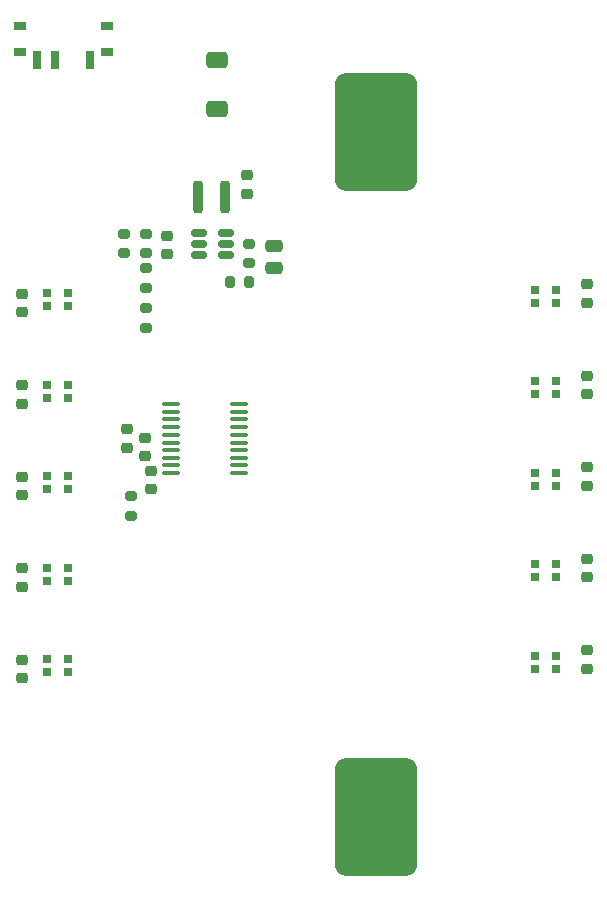
<source format=gbr>
%TF.GenerationSoftware,KiCad,Pcbnew,9.0.3*%
%TF.CreationDate,2025-11-04T21:30:19+11:00*%
%TF.ProjectId,test_project,74657374-5f70-4726-9f6a-6563742e6b69,rev?*%
%TF.SameCoordinates,Original*%
%TF.FileFunction,Paste,Top*%
%TF.FilePolarity,Positive*%
%FSLAX46Y46*%
G04 Gerber Fmt 4.6, Leading zero omitted, Abs format (unit mm)*
G04 Created by KiCad (PCBNEW 9.0.3) date 2025-11-04 21:30:19*
%MOMM*%
%LPD*%
G01*
G04 APERTURE LIST*
G04 Aperture macros list*
%AMRoundRect*
0 Rectangle with rounded corners*
0 $1 Rounding radius*
0 $2 $3 $4 $5 $6 $7 $8 $9 X,Y pos of 4 corners*
0 Add a 4 corners polygon primitive as box body*
4,1,4,$2,$3,$4,$5,$6,$7,$8,$9,$2,$3,0*
0 Add four circle primitives for the rounded corners*
1,1,$1+$1,$2,$3*
1,1,$1+$1,$4,$5*
1,1,$1+$1,$6,$7*
1,1,$1+$1,$8,$9*
0 Add four rect primitives between the rounded corners*
20,1,$1+$1,$2,$3,$4,$5,0*
20,1,$1+$1,$4,$5,$6,$7,0*
20,1,$1+$1,$6,$7,$8,$9,0*
20,1,$1+$1,$8,$9,$2,$3,0*%
G04 Aperture macros list end*
%ADD10R,1.000000X0.800000*%
%ADD11R,0.700000X1.500000*%
%ADD12RoundRect,0.225000X0.250000X-0.225000X0.250000X0.225000X-0.250000X0.225000X-0.250000X-0.225000X0*%
%ADD13RoundRect,0.035000X0.315000X-0.315000X0.315000X0.315000X-0.315000X0.315000X-0.315000X-0.315000X0*%
%ADD14RoundRect,0.225000X-0.250000X0.225000X-0.250000X-0.225000X0.250000X-0.225000X0.250000X0.225000X0*%
%ADD15RoundRect,0.200000X0.200000X1.150000X-0.200000X1.150000X-0.200000X-1.150000X0.200000X-1.150000X0*%
%ADD16RoundRect,0.200000X-0.275000X0.200000X-0.275000X-0.200000X0.275000X-0.200000X0.275000X0.200000X0*%
%ADD17RoundRect,0.200000X0.275000X-0.200000X0.275000X0.200000X-0.275000X0.200000X-0.275000X-0.200000X0*%
%ADD18RoundRect,0.035000X-0.315000X0.315000X-0.315000X-0.315000X0.315000X-0.315000X0.315000X0.315000X0*%
%ADD19RoundRect,1.050000X-2.450000X-3.950000X2.450000X-3.950000X2.450000X3.950000X-2.450000X3.950000X0*%
%ADD20RoundRect,0.250000X0.650000X-0.425000X0.650000X0.425000X-0.650000X0.425000X-0.650000X-0.425000X0*%
%ADD21RoundRect,0.150000X-0.512500X-0.150000X0.512500X-0.150000X0.512500X0.150000X-0.512500X0.150000X0*%
%ADD22RoundRect,0.250000X-0.475000X0.250000X-0.475000X-0.250000X0.475000X-0.250000X0.475000X0.250000X0*%
%ADD23RoundRect,0.100000X-0.640000X-0.100000X0.640000X-0.100000X0.640000X0.100000X-0.640000X0.100000X0*%
%ADD24RoundRect,0.200000X0.200000X0.275000X-0.200000X0.275000X-0.200000X-0.275000X0.200000X-0.275000X0*%
G04 APERTURE END LIST*
D10*
%TO.C,SW1*%
X127150000Y-66280000D03*
X127150000Y-64070000D03*
X119850000Y-66280000D03*
X119850000Y-64070000D03*
D11*
X125750000Y-66930000D03*
X122750000Y-66930000D03*
X121250000Y-66930000D03*
%TD*%
D12*
%TO.C,C5*%
X130400000Y-100480000D03*
X130400000Y-98920000D03*
%TD*%
%TO.C,C15*%
X167800000Y-93670000D03*
X167800000Y-95230000D03*
%TD*%
D13*
%TO.C,LED8*%
X165215000Y-101900000D03*
X165215000Y-103000000D03*
X163385000Y-103000000D03*
X163385000Y-101900000D03*
%TD*%
%TO.C,LED10*%
X165215000Y-86400000D03*
X165215000Y-87500000D03*
X163385000Y-87500000D03*
X163385000Y-86400000D03*
%TD*%
D12*
%TO.C,C10*%
X167800000Y-101420000D03*
X167800000Y-102980000D03*
%TD*%
D13*
%TO.C,LED6*%
X165215000Y-117400000D03*
X165215000Y-118500000D03*
X163385000Y-118500000D03*
X163385000Y-117400000D03*
%TD*%
D12*
%TO.C,C9*%
X167800000Y-109170000D03*
X167800000Y-110730000D03*
%TD*%
D13*
%TO.C,LED7*%
X165215000Y-109650000D03*
X165215000Y-110750000D03*
X163385000Y-110750000D03*
X163385000Y-109650000D03*
%TD*%
D12*
%TO.C,C11*%
X167800000Y-85920000D03*
X167800000Y-87480000D03*
%TD*%
D13*
%TO.C,LED9*%
X165215000Y-94150000D03*
X165215000Y-95250000D03*
X163385000Y-95250000D03*
X163385000Y-94150000D03*
%TD*%
D12*
%TO.C,C4*%
X167800000Y-116920000D03*
X167800000Y-118480000D03*
%TD*%
D14*
%TO.C,C12*%
X120000000Y-86720000D03*
X120000000Y-88280000D03*
%TD*%
D15*
%TO.C,L1*%
X137150000Y-78500000D03*
X134850000Y-78500000D03*
%TD*%
D14*
%TO.C,C16*%
X128900000Y-98220000D03*
X128900000Y-99780000D03*
%TD*%
D12*
%TO.C,C3*%
X132300000Y-83380000D03*
X132300000Y-81820000D03*
%TD*%
D16*
%TO.C,R1*%
X139200000Y-82480000D03*
X139200000Y-84120000D03*
%TD*%
D17*
%TO.C,R3*%
X128600000Y-83320000D03*
X128600000Y-81680000D03*
%TD*%
D18*
%TO.C,LED2*%
X123915000Y-95550000D03*
X123915000Y-94450000D03*
X122085000Y-94450000D03*
X122085000Y-95550000D03*
%TD*%
D19*
%TO.C,J1*%
X150000000Y-73000000D03*
X150000000Y-131000000D03*
%TD*%
D16*
%TO.C,R4*%
X130500000Y-81680000D03*
X130500000Y-83320000D03*
%TD*%
D20*
%TO.C,S1*%
X136500000Y-71075000D03*
X136500000Y-66925000D03*
%TD*%
D12*
%TO.C,C6*%
X130900000Y-103280000D03*
X130900000Y-101720000D03*
%TD*%
D14*
%TO.C,C13*%
X120000000Y-102220000D03*
X120000000Y-103780000D03*
%TD*%
D18*
%TO.C,LED3*%
X123915000Y-103300000D03*
X123915000Y-102200000D03*
X122085000Y-102200000D03*
X122085000Y-103300000D03*
%TD*%
D16*
%TO.C,R5*%
X130500000Y-87980000D03*
X130500000Y-89620000D03*
%TD*%
D14*
%TO.C,C8*%
X120000000Y-109970000D03*
X120000000Y-111530000D03*
%TD*%
%TO.C,C7*%
X120000000Y-117720000D03*
X120000000Y-119280000D03*
%TD*%
D21*
%TO.C,U1*%
X134962500Y-81550000D03*
X134962500Y-82500000D03*
X134962500Y-83450000D03*
X137237500Y-83450000D03*
X137237500Y-82500000D03*
X137237500Y-81550000D03*
%TD*%
D12*
%TO.C,C1*%
X139000000Y-78280000D03*
X139000000Y-76720000D03*
%TD*%
D18*
%TO.C,LED5*%
X123915000Y-118800000D03*
X123915000Y-117700000D03*
X122085000Y-117700000D03*
X122085000Y-118800000D03*
%TD*%
D22*
%TO.C,C2*%
X141300000Y-82650000D03*
X141300000Y-84550000D03*
%TD*%
D23*
%TO.C,U4*%
X132640000Y-96080000D03*
X132640000Y-96730000D03*
X132640000Y-97380000D03*
X132640000Y-98030000D03*
X132640000Y-98670000D03*
X132640000Y-99330000D03*
X132640000Y-99970000D03*
X132640000Y-100620000D03*
X132640000Y-101270000D03*
X132640000Y-101920000D03*
X138360000Y-101920000D03*
X138360000Y-101270000D03*
X138360000Y-100620000D03*
X138360000Y-99970000D03*
X138360000Y-99330000D03*
X138360000Y-98670000D03*
X138360000Y-98030000D03*
X138360000Y-97380000D03*
X138360000Y-96730000D03*
X138360000Y-96080000D03*
%TD*%
D18*
%TO.C,LED4*%
X123915000Y-111050000D03*
X123915000Y-109950000D03*
X122085000Y-109950000D03*
X122085000Y-111050000D03*
%TD*%
D17*
%TO.C,R7*%
X129200000Y-105520000D03*
X129200000Y-103880000D03*
%TD*%
D14*
%TO.C,C14*%
X120000000Y-94470000D03*
X120000000Y-96030000D03*
%TD*%
D17*
%TO.C,R6*%
X130500000Y-86220000D03*
X130500000Y-84580000D03*
%TD*%
D18*
%TO.C,LED1*%
X123915000Y-87800000D03*
X123915000Y-86700000D03*
X122085000Y-86700000D03*
X122085000Y-87800000D03*
%TD*%
D24*
%TO.C,R2*%
X139220000Y-85700000D03*
X137580000Y-85700000D03*
%TD*%
M02*

</source>
